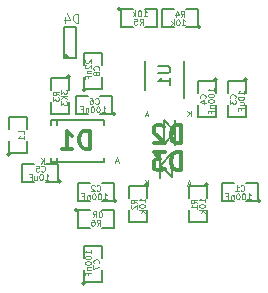
<source format=gbr>
%TF.GenerationSoftware,KiCad,Pcbnew,6.0.11+dfsg-1~bpo11+1*%
%TF.CreationDate,2023-05-28T08:52:38+00:00*%
%TF.ProjectId,I2CADC01,49324341-4443-4303-912e-6b696361645f,rev?*%
%TF.SameCoordinates,Original*%
%TF.FileFunction,Legend,Bot*%
%TF.FilePolarity,Positive*%
%FSLAX46Y46*%
G04 Gerber Fmt 4.6, Leading zero omitted, Abs format (unit mm)*
G04 Created by KiCad (PCBNEW 6.0.11+dfsg-1~bpo11+1) date 2023-05-28 08:52:38*
%MOMM*%
%LPD*%
G01*
G04 APERTURE LIST*
%ADD10C,0.109220*%
%ADD11C,0.304800*%
%ADD12C,0.099060*%
%ADD13C,0.150000*%
%ADD14C,0.119380*%
G04 APERTURE END LIST*
D10*
%TO.C,C1*%
X21927396Y16394792D02*
X21951224Y16370965D01*
X22022707Y16347137D01*
X22070362Y16347137D01*
X22141845Y16370965D01*
X22189500Y16418620D01*
X22213328Y16466275D01*
X22237155Y16561586D01*
X22237155Y16633069D01*
X22213328Y16728379D01*
X22189500Y16776034D01*
X22141845Y16823690D01*
X22070362Y16847517D01*
X22022707Y16847517D01*
X21951224Y16823690D01*
X21927396Y16799862D01*
X21450844Y16347137D02*
X21736775Y16347137D01*
X21593810Y16347137D02*
X21593810Y16847517D01*
X21641465Y16776034D01*
X21689120Y16728379D01*
X21736775Y16704551D01*
X22491397Y15648637D02*
X22777329Y15648637D01*
X22634363Y15648637D02*
X22634363Y16149017D01*
X22682018Y16077534D01*
X22729673Y16029879D01*
X22777329Y16006051D01*
X22181638Y16149017D02*
X22133983Y16149017D01*
X22086328Y16125190D01*
X22062500Y16101362D01*
X22038672Y16053707D01*
X22014845Y15958396D01*
X22014845Y15839258D01*
X22038672Y15743948D01*
X22062500Y15696292D01*
X22086328Y15672465D01*
X22133983Y15648637D01*
X22181638Y15648637D01*
X22229293Y15672465D01*
X22253121Y15696292D01*
X22276949Y15743948D01*
X22300776Y15839258D01*
X22300776Y15958396D01*
X22276949Y16053707D01*
X22253121Y16101362D01*
X22229293Y16125190D01*
X22181638Y16149017D01*
X21705086Y16149017D02*
X21657430Y16149017D01*
X21609775Y16125190D01*
X21585948Y16101362D01*
X21562120Y16053707D01*
X21538292Y15958396D01*
X21538292Y15839258D01*
X21562120Y15743948D01*
X21585948Y15696292D01*
X21609775Y15672465D01*
X21657430Y15648637D01*
X21705086Y15648637D01*
X21752741Y15672465D01*
X21776569Y15696292D01*
X21800396Y15743948D01*
X21824224Y15839258D01*
X21824224Y15958396D01*
X21800396Y16053707D01*
X21776569Y16101362D01*
X21752741Y16125190D01*
X21705086Y16149017D01*
X21323844Y15982224D02*
X21323844Y15648637D01*
X21323844Y15934569D02*
X21300016Y15958396D01*
X21252361Y15982224D01*
X21180878Y15982224D01*
X21133223Y15958396D01*
X21109395Y15910741D01*
X21109395Y15648637D01*
X20704326Y15910741D02*
X20871119Y15910741D01*
X20871119Y15648637D02*
X20871119Y16149017D01*
X20632843Y16149017D01*
%TO.C,C2*%
X9735396Y16394792D02*
X9759224Y16370965D01*
X9830707Y16347137D01*
X9878362Y16347137D01*
X9949845Y16370965D01*
X9997500Y16418620D01*
X10021328Y16466275D01*
X10045155Y16561586D01*
X10045155Y16633069D01*
X10021328Y16728379D01*
X9997500Y16776034D01*
X9949845Y16823690D01*
X9878362Y16847517D01*
X9830707Y16847517D01*
X9759224Y16823690D01*
X9735396Y16799862D01*
X9544775Y16799862D02*
X9520948Y16823690D01*
X9473292Y16847517D01*
X9354154Y16847517D01*
X9306499Y16823690D01*
X9282671Y16799862D01*
X9258844Y16752207D01*
X9258844Y16704551D01*
X9282671Y16633069D01*
X9568603Y16347137D01*
X9258844Y16347137D01*
X10299397Y15648637D02*
X10585329Y15648637D01*
X10442363Y15648637D02*
X10442363Y16149017D01*
X10490018Y16077534D01*
X10537673Y16029879D01*
X10585329Y16006051D01*
X9989638Y16149017D02*
X9941983Y16149017D01*
X9894328Y16125190D01*
X9870500Y16101362D01*
X9846672Y16053707D01*
X9822845Y15958396D01*
X9822845Y15839258D01*
X9846672Y15743948D01*
X9870500Y15696292D01*
X9894328Y15672465D01*
X9941983Y15648637D01*
X9989638Y15648637D01*
X10037293Y15672465D01*
X10061121Y15696292D01*
X10084949Y15743948D01*
X10108776Y15839258D01*
X10108776Y15958396D01*
X10084949Y16053707D01*
X10061121Y16101362D01*
X10037293Y16125190D01*
X9989638Y16149017D01*
X9513086Y16149017D02*
X9465430Y16149017D01*
X9417775Y16125190D01*
X9393948Y16101362D01*
X9370120Y16053707D01*
X9346292Y15958396D01*
X9346292Y15839258D01*
X9370120Y15743948D01*
X9393948Y15696292D01*
X9417775Y15672465D01*
X9465430Y15648637D01*
X9513086Y15648637D01*
X9560741Y15672465D01*
X9584569Y15696292D01*
X9608396Y15743948D01*
X9632224Y15839258D01*
X9632224Y15958396D01*
X9608396Y16053707D01*
X9584569Y16101362D01*
X9560741Y16125190D01*
X9513086Y16149017D01*
X9131844Y15982224D02*
X9131844Y15648637D01*
X9131844Y15934569D02*
X9108016Y15958396D01*
X9060361Y15982224D01*
X8988878Y15982224D01*
X8941223Y15958396D01*
X8917395Y15910741D01*
X8917395Y15648637D01*
X8512326Y15910741D02*
X8679119Y15910741D01*
X8679119Y15648637D02*
X8679119Y16149017D01*
X8440843Y16149017D01*
%TO.C,C3*%
X21451207Y24213396D02*
X21475034Y24237224D01*
X21498862Y24308707D01*
X21498862Y24356362D01*
X21475034Y24427845D01*
X21427379Y24475500D01*
X21379724Y24499328D01*
X21284413Y24523155D01*
X21212930Y24523155D01*
X21117620Y24499328D01*
X21069965Y24475500D01*
X21022310Y24427845D01*
X20998482Y24356362D01*
X20998482Y24308707D01*
X21022310Y24237224D01*
X21046137Y24213396D01*
X20998482Y24046603D02*
X20998482Y23736844D01*
X21189103Y23903637D01*
X21189103Y23832154D01*
X21212930Y23784499D01*
X21236758Y23760671D01*
X21284413Y23736844D01*
X21403551Y23736844D01*
X21451207Y23760671D01*
X21475034Y23784499D01*
X21498862Y23832154D01*
X21498862Y23975120D01*
X21475034Y24022775D01*
X21451207Y24046603D01*
X22197362Y24539121D02*
X22197362Y24825052D01*
X22197362Y24682087D02*
X21696982Y24682087D01*
X21768465Y24729742D01*
X21816120Y24777397D01*
X21839948Y24825052D01*
X21696982Y24229362D02*
X21696982Y24181707D01*
X21720810Y24134051D01*
X21744637Y24110224D01*
X21792292Y24086396D01*
X21887603Y24062569D01*
X22006741Y24062569D01*
X22102051Y24086396D01*
X22149707Y24110224D01*
X22173534Y24134051D01*
X22197362Y24181707D01*
X22197362Y24229362D01*
X22173534Y24277017D01*
X22149707Y24300845D01*
X22102051Y24324672D01*
X22006741Y24348500D01*
X21887603Y24348500D01*
X21792292Y24324672D01*
X21744637Y24300845D01*
X21720810Y24277017D01*
X21696982Y24229362D01*
X21863775Y23633671D02*
X22197362Y23633671D01*
X21863775Y23848120D02*
X22125879Y23848120D01*
X22173534Y23824292D01*
X22197362Y23776637D01*
X22197362Y23705154D01*
X22173534Y23657499D01*
X22149707Y23633671D01*
X21935258Y23228602D02*
X21935258Y23395395D01*
X22197362Y23395395D02*
X21696982Y23395395D01*
X21696982Y23157119D01*
%TO.C,C4*%
X18911207Y24213396D02*
X18935034Y24237224D01*
X18958862Y24308707D01*
X18958862Y24356362D01*
X18935034Y24427845D01*
X18887379Y24475500D01*
X18839724Y24499328D01*
X18744413Y24523155D01*
X18672930Y24523155D01*
X18577620Y24499328D01*
X18529965Y24475500D01*
X18482310Y24427845D01*
X18458482Y24356362D01*
X18458482Y24308707D01*
X18482310Y24237224D01*
X18506137Y24213396D01*
X18625275Y23784499D02*
X18958862Y23784499D01*
X18434654Y23903637D02*
X18792069Y24022775D01*
X18792069Y23713016D01*
X19657362Y24777397D02*
X19657362Y25063329D01*
X19657362Y24920363D02*
X19156982Y24920363D01*
X19228465Y24968018D01*
X19276120Y25015673D01*
X19299948Y25063329D01*
X19156982Y24467638D02*
X19156982Y24419983D01*
X19180810Y24372328D01*
X19204637Y24348500D01*
X19252292Y24324672D01*
X19347603Y24300845D01*
X19466741Y24300845D01*
X19562051Y24324672D01*
X19609707Y24348500D01*
X19633534Y24372328D01*
X19657362Y24419983D01*
X19657362Y24467638D01*
X19633534Y24515293D01*
X19609707Y24539121D01*
X19562051Y24562949D01*
X19466741Y24586776D01*
X19347603Y24586776D01*
X19252292Y24562949D01*
X19204637Y24539121D01*
X19180810Y24515293D01*
X19156982Y24467638D01*
X19156982Y23991086D02*
X19156982Y23943430D01*
X19180810Y23895775D01*
X19204637Y23871948D01*
X19252292Y23848120D01*
X19347603Y23824292D01*
X19466741Y23824292D01*
X19562051Y23848120D01*
X19609707Y23871948D01*
X19633534Y23895775D01*
X19657362Y23943430D01*
X19657362Y23991086D01*
X19633534Y24038741D01*
X19609707Y24062569D01*
X19562051Y24086396D01*
X19466741Y24110224D01*
X19347603Y24110224D01*
X19252292Y24086396D01*
X19204637Y24062569D01*
X19180810Y24038741D01*
X19156982Y23991086D01*
X19323775Y23609844D02*
X19657362Y23609844D01*
X19371430Y23609844D02*
X19347603Y23586016D01*
X19323775Y23538361D01*
X19323775Y23466878D01*
X19347603Y23419223D01*
X19395258Y23395395D01*
X19657362Y23395395D01*
X19395258Y22990326D02*
X19395258Y23157119D01*
X19657362Y23157119D02*
X19156982Y23157119D01*
X19156982Y22918843D01*
D11*
%TO.C,D1*%
X9125857Y19948071D02*
X9125857Y21472071D01*
X8763000Y21472071D01*
X8545285Y21399500D01*
X8400142Y21254357D01*
X8327571Y21109214D01*
X8255000Y20818928D01*
X8255000Y20601214D01*
X8327571Y20310928D01*
X8400142Y20165785D01*
X8545285Y20020642D01*
X8763000Y19948071D01*
X9125857Y19948071D01*
X6803571Y19948071D02*
X7674428Y19948071D01*
X7239000Y19948071D02*
X7239000Y21472071D01*
X7384142Y21254357D01*
X7529285Y21109214D01*
X7674428Y21036642D01*
D12*
X11546598Y18890403D02*
X11308321Y18890403D01*
X11594253Y18747437D02*
X11427460Y19247817D01*
X11260666Y18747437D01*
X5259311Y18648377D02*
X5259311Y19148757D01*
X4973380Y18648377D02*
X5187829Y18934309D01*
X4973380Y19148757D02*
X5259311Y18862826D01*
D11*
%TO.C,D2*%
X16872857Y20392571D02*
X16872857Y21916571D01*
X16510000Y21916571D01*
X16292285Y21844000D01*
X16147142Y21698857D01*
X16074571Y21553714D01*
X16002000Y21263428D01*
X16002000Y21045714D01*
X16074571Y20755428D01*
X16147142Y20610285D01*
X16292285Y20465142D01*
X16510000Y20392571D01*
X16872857Y20392571D01*
X15421428Y21771428D02*
X15348857Y21844000D01*
X15203714Y21916571D01*
X14840857Y21916571D01*
X14695714Y21844000D01*
X14623142Y21771428D01*
X14550571Y21626285D01*
X14550571Y21481142D01*
X14623142Y21263428D01*
X15494000Y20392571D01*
X14550571Y20392571D01*
D12*
X14078191Y16766237D02*
X14078191Y17266617D01*
X13792260Y16766237D02*
X14006709Y17052169D01*
X13792260Y17266617D02*
X14078191Y16980686D01*
X17667998Y16909203D02*
X17429721Y16909203D01*
X17715653Y16766237D02*
X17548860Y17266617D01*
X17382066Y16766237D01*
D11*
%TO.C,D3*%
X16872857Y18106571D02*
X16872857Y19630571D01*
X16510000Y19630571D01*
X16292285Y19558000D01*
X16147142Y19412857D01*
X16074571Y19267714D01*
X16002000Y18977428D01*
X16002000Y18759714D01*
X16074571Y18469428D01*
X16147142Y18324285D01*
X16292285Y18179142D01*
X16510000Y18106571D01*
X16872857Y18106571D01*
X15494000Y19630571D02*
X14550571Y19630571D01*
X15058571Y19050000D01*
X14840857Y19050000D01*
X14695714Y18977428D01*
X14623142Y18904857D01*
X14550571Y18759714D01*
X14550571Y18396857D01*
X14623142Y18251714D01*
X14695714Y18179142D01*
X14840857Y18106571D01*
X15276285Y18106571D01*
X15421428Y18179142D01*
X15494000Y18251714D01*
D12*
X17679911Y22659037D02*
X17679911Y23159417D01*
X17393980Y22659037D02*
X17608429Y22944969D01*
X17393980Y23159417D02*
X17679911Y22873486D01*
X14066278Y22802003D02*
X13828001Y22802003D01*
X14113933Y22659037D02*
X13947140Y23159417D01*
X13780346Y22659037D01*
D10*
%TO.C,R1*%
X18196862Y15323396D02*
X17958586Y15490190D01*
X18196862Y15609328D02*
X17696482Y15609328D01*
X17696482Y15418707D01*
X17720310Y15371051D01*
X17744137Y15347224D01*
X17791792Y15323396D01*
X17863275Y15323396D01*
X17910930Y15347224D01*
X17934758Y15371051D01*
X17958586Y15418707D01*
X17958586Y15609328D01*
X18196862Y14846844D02*
X18196862Y15132775D01*
X18196862Y14989810D02*
X17696482Y14989810D01*
X17767965Y15037465D01*
X17815620Y15085120D01*
X17839448Y15132775D01*
X18895362Y15410845D02*
X18895362Y15696776D01*
X18895362Y15553810D02*
X18394982Y15553810D01*
X18466465Y15601466D01*
X18514120Y15649121D01*
X18537948Y15696776D01*
X18394982Y15101086D02*
X18394982Y15053430D01*
X18418810Y15005775D01*
X18442637Y14981948D01*
X18490292Y14958120D01*
X18585603Y14934292D01*
X18704741Y14934292D01*
X18800051Y14958120D01*
X18847707Y14981948D01*
X18871534Y15005775D01*
X18895362Y15053430D01*
X18895362Y15101086D01*
X18871534Y15148741D01*
X18847707Y15172569D01*
X18800051Y15196396D01*
X18704741Y15220224D01*
X18585603Y15220224D01*
X18490292Y15196396D01*
X18442637Y15172569D01*
X18418810Y15148741D01*
X18394982Y15101086D01*
X18895362Y14719844D02*
X18394982Y14719844D01*
X18704741Y14672189D02*
X18895362Y14529223D01*
X18561775Y14529223D02*
X18752396Y14719844D01*
%TO.C,R2*%
X13116862Y15323396D02*
X12878586Y15490190D01*
X13116862Y15609328D02*
X12616482Y15609328D01*
X12616482Y15418707D01*
X12640310Y15371051D01*
X12664137Y15347224D01*
X12711792Y15323396D01*
X12783275Y15323396D01*
X12830930Y15347224D01*
X12854758Y15371051D01*
X12878586Y15418707D01*
X12878586Y15609328D01*
X12664137Y15132775D02*
X12640310Y15108948D01*
X12616482Y15061292D01*
X12616482Y14942154D01*
X12640310Y14894499D01*
X12664137Y14870671D01*
X12711792Y14846844D01*
X12759448Y14846844D01*
X12830930Y14870671D01*
X13116862Y15156603D01*
X13116862Y14846844D01*
X13815362Y15410845D02*
X13815362Y15696776D01*
X13815362Y15553810D02*
X13314982Y15553810D01*
X13386465Y15601466D01*
X13434120Y15649121D01*
X13457948Y15696776D01*
X13314982Y15101086D02*
X13314982Y15053430D01*
X13338810Y15005775D01*
X13362637Y14981948D01*
X13410292Y14958120D01*
X13505603Y14934292D01*
X13624741Y14934292D01*
X13720051Y14958120D01*
X13767707Y14981948D01*
X13791534Y15005775D01*
X13815362Y15053430D01*
X13815362Y15101086D01*
X13791534Y15148741D01*
X13767707Y15172569D01*
X13720051Y15196396D01*
X13624741Y15220224D01*
X13505603Y15220224D01*
X13410292Y15196396D01*
X13362637Y15172569D01*
X13338810Y15148741D01*
X13314982Y15101086D01*
X13815362Y14719844D02*
X13314982Y14719844D01*
X13624741Y14672189D02*
X13815362Y14529223D01*
X13481775Y14529223D02*
X13672396Y14719844D01*
%TO.C,R3*%
X6512862Y24467396D02*
X6274586Y24634190D01*
X6512862Y24753328D02*
X6012482Y24753328D01*
X6012482Y24562707D01*
X6036310Y24515051D01*
X6060137Y24491224D01*
X6107792Y24467396D01*
X6179275Y24467396D01*
X6226930Y24491224D01*
X6250758Y24515051D01*
X6274586Y24562707D01*
X6274586Y24753328D01*
X6012482Y24300603D02*
X6012482Y23990844D01*
X6203103Y24157637D01*
X6203103Y24086154D01*
X6226930Y24038499D01*
X6250758Y24014671D01*
X6298413Y23990844D01*
X6417551Y23990844D01*
X6465207Y24014671D01*
X6489034Y24038499D01*
X6512862Y24086154D01*
X6512862Y24229120D01*
X6489034Y24276775D01*
X6465207Y24300603D01*
X6710982Y24912259D02*
X6710982Y24602500D01*
X6901603Y24769293D01*
X6901603Y24697810D01*
X6925430Y24650155D01*
X6949258Y24626328D01*
X6996913Y24602500D01*
X7116051Y24602500D01*
X7163707Y24626328D01*
X7187534Y24650155D01*
X7211362Y24697810D01*
X7211362Y24840776D01*
X7187534Y24888431D01*
X7163707Y24912259D01*
X7211362Y24388051D02*
X6710982Y24388051D01*
X7211362Y24102120D02*
X6925430Y24316569D01*
X6710982Y24102120D02*
X6996913Y24388051D01*
X6710982Y23935327D02*
X6710982Y23625568D01*
X6901603Y23792361D01*
X6901603Y23720878D01*
X6925430Y23673223D01*
X6949258Y23649395D01*
X6996913Y23625568D01*
X7116051Y23625568D01*
X7163707Y23649395D01*
X7187534Y23673223D01*
X7211362Y23720878D01*
X7211362Y23863844D01*
X7187534Y23911499D01*
X7163707Y23935327D01*
%TO.C,R4*%
X16847396Y31079137D02*
X17014190Y31317413D01*
X17133328Y31079137D02*
X17133328Y31579517D01*
X16942707Y31579517D01*
X16895051Y31555690D01*
X16871224Y31531862D01*
X16847396Y31484207D01*
X16847396Y31412724D01*
X16871224Y31365069D01*
X16895051Y31341241D01*
X16942707Y31317413D01*
X17133328Y31317413D01*
X16418499Y31412724D02*
X16418499Y31079137D01*
X16537637Y31603345D02*
X16656775Y31245930D01*
X16347016Y31245930D01*
X16934845Y30380637D02*
X17220776Y30380637D01*
X17077810Y30380637D02*
X17077810Y30881017D01*
X17125466Y30809534D01*
X17173121Y30761879D01*
X17220776Y30738051D01*
X16625086Y30881017D02*
X16577430Y30881017D01*
X16529775Y30857190D01*
X16505948Y30833362D01*
X16482120Y30785707D01*
X16458292Y30690396D01*
X16458292Y30571258D01*
X16482120Y30475948D01*
X16505948Y30428292D01*
X16529775Y30404465D01*
X16577430Y30380637D01*
X16625086Y30380637D01*
X16672741Y30404465D01*
X16696569Y30428292D01*
X16720396Y30475948D01*
X16744224Y30571258D01*
X16744224Y30690396D01*
X16720396Y30785707D01*
X16696569Y30833362D01*
X16672741Y30857190D01*
X16625086Y30881017D01*
X16243844Y30380637D02*
X16243844Y30881017D01*
X16196189Y30571258D02*
X16053223Y30380637D01*
X16053223Y30714224D02*
X16243844Y30523603D01*
%TO.C,R5*%
X13354896Y30444137D02*
X13521690Y30682413D01*
X13640828Y30444137D02*
X13640828Y30944517D01*
X13450207Y30944517D01*
X13402551Y30920690D01*
X13378724Y30896862D01*
X13354896Y30849207D01*
X13354896Y30777724D01*
X13378724Y30730069D01*
X13402551Y30706241D01*
X13450207Y30682413D01*
X13640828Y30682413D01*
X12902171Y30944517D02*
X13140448Y30944517D01*
X13164275Y30706241D01*
X13140448Y30730069D01*
X13092792Y30753896D01*
X12973654Y30753896D01*
X12925999Y30730069D01*
X12902171Y30706241D01*
X12878344Y30658586D01*
X12878344Y30539448D01*
X12902171Y30491792D01*
X12925999Y30467965D01*
X12973654Y30444137D01*
X13092792Y30444137D01*
X13140448Y30467965D01*
X13164275Y30491792D01*
X13696345Y31142637D02*
X13982276Y31142637D01*
X13839310Y31142637D02*
X13839310Y31643017D01*
X13886966Y31571534D01*
X13934621Y31523879D01*
X13982276Y31500051D01*
X13386586Y31643017D02*
X13338930Y31643017D01*
X13291275Y31619190D01*
X13267448Y31595362D01*
X13243620Y31547707D01*
X13219792Y31452396D01*
X13219792Y31333258D01*
X13243620Y31237948D01*
X13267448Y31190292D01*
X13291275Y31166465D01*
X13338930Y31142637D01*
X13386586Y31142637D01*
X13434241Y31166465D01*
X13458069Y31190292D01*
X13481896Y31237948D01*
X13505724Y31333258D01*
X13505724Y31452396D01*
X13481896Y31547707D01*
X13458069Y31595362D01*
X13434241Y31619190D01*
X13386586Y31643017D01*
X13005344Y31142637D02*
X13005344Y31643017D01*
X12957689Y31333258D02*
X12814723Y31142637D01*
X12814723Y31476224D02*
X13005344Y31285603D01*
D13*
%TO.C,U1*%
X14946380Y26923904D02*
X15755904Y26923904D01*
X15851142Y26876285D01*
X15898761Y26828666D01*
X15946380Y26733428D01*
X15946380Y26542952D01*
X15898761Y26447714D01*
X15851142Y26400095D01*
X15755904Y26352476D01*
X14946380Y26352476D01*
X15946380Y25352476D02*
X15946380Y25923904D01*
X15946380Y25638190D02*
X14946380Y25638190D01*
X15089238Y25733428D01*
X15184476Y25828666D01*
X15232095Y25923904D01*
D14*
%TO.C,D4*%
X8154488Y30610265D02*
X8154488Y31372265D01*
X7973060Y31372265D01*
X7864202Y31335980D01*
X7791631Y31263408D01*
X7755345Y31190837D01*
X7719060Y31045694D01*
X7719060Y30936837D01*
X7755345Y30791694D01*
X7791631Y30719122D01*
X7864202Y30646551D01*
X7973060Y30610265D01*
X8154488Y30610265D01*
X7065917Y31118265D02*
X7065917Y30610265D01*
X7247345Y31408551D02*
X7428774Y30864265D01*
X6957060Y30864265D01*
D10*
%TO.C,L1*%
X3591862Y21165396D02*
X3591862Y21403672D01*
X3091482Y21403672D01*
X3591862Y20736499D02*
X3591862Y21022430D01*
X3591862Y20879465D02*
X3091482Y20879465D01*
X3162965Y20927120D01*
X3210620Y20974775D01*
X3234448Y21022430D01*
%TO.C,C5*%
X5036396Y18045792D02*
X5060224Y18021965D01*
X5131707Y17998137D01*
X5179362Y17998137D01*
X5250845Y18021965D01*
X5298500Y18069620D01*
X5322328Y18117275D01*
X5346155Y18212586D01*
X5346155Y18284069D01*
X5322328Y18379379D01*
X5298500Y18427034D01*
X5250845Y18474690D01*
X5179362Y18498517D01*
X5131707Y18498517D01*
X5060224Y18474690D01*
X5036396Y18450862D01*
X4583671Y18498517D02*
X4821948Y18498517D01*
X4845775Y18260241D01*
X4821948Y18284069D01*
X4774292Y18307896D01*
X4655154Y18307896D01*
X4607499Y18284069D01*
X4583671Y18260241D01*
X4559844Y18212586D01*
X4559844Y18093448D01*
X4583671Y18045792D01*
X4607499Y18021965D01*
X4655154Y17998137D01*
X4774292Y17998137D01*
X4821948Y18021965D01*
X4845775Y18045792D01*
X5362121Y17299637D02*
X5648052Y17299637D01*
X5505087Y17299637D02*
X5505087Y17800017D01*
X5552742Y17728534D01*
X5600397Y17680879D01*
X5648052Y17657051D01*
X5052362Y17800017D02*
X5004707Y17800017D01*
X4957051Y17776190D01*
X4933224Y17752362D01*
X4909396Y17704707D01*
X4885569Y17609396D01*
X4885569Y17490258D01*
X4909396Y17394948D01*
X4933224Y17347292D01*
X4957051Y17323465D01*
X5004707Y17299637D01*
X5052362Y17299637D01*
X5100017Y17323465D01*
X5123845Y17347292D01*
X5147672Y17394948D01*
X5171500Y17490258D01*
X5171500Y17609396D01*
X5147672Y17704707D01*
X5123845Y17752362D01*
X5100017Y17776190D01*
X5052362Y17800017D01*
X4456671Y17633224D02*
X4456671Y17299637D01*
X4671120Y17633224D02*
X4671120Y17371120D01*
X4647292Y17323465D01*
X4599637Y17299637D01*
X4528154Y17299637D01*
X4480499Y17323465D01*
X4456671Y17347292D01*
X4051602Y17561741D02*
X4218395Y17561741D01*
X4218395Y17299637D02*
X4218395Y17800017D01*
X3980119Y17800017D01*
%TO.C,C6*%
X9608396Y23760792D02*
X9632224Y23736965D01*
X9703707Y23713137D01*
X9751362Y23713137D01*
X9822845Y23736965D01*
X9870500Y23784620D01*
X9894328Y23832275D01*
X9918155Y23927586D01*
X9918155Y23999069D01*
X9894328Y24094379D01*
X9870500Y24142034D01*
X9822845Y24189690D01*
X9751362Y24213517D01*
X9703707Y24213517D01*
X9632224Y24189690D01*
X9608396Y24165862D01*
X9179499Y24213517D02*
X9274810Y24213517D01*
X9322465Y24189690D01*
X9346292Y24165862D01*
X9393948Y24094379D01*
X9417775Y23999069D01*
X9417775Y23808448D01*
X9393948Y23760792D01*
X9370120Y23736965D01*
X9322465Y23713137D01*
X9227154Y23713137D01*
X9179499Y23736965D01*
X9155671Y23760792D01*
X9131844Y23808448D01*
X9131844Y23927586D01*
X9155671Y23975241D01*
X9179499Y23999069D01*
X9227154Y24022896D01*
X9322465Y24022896D01*
X9370120Y23999069D01*
X9393948Y23975241D01*
X9417775Y23927586D01*
X10172397Y23014637D02*
X10458329Y23014637D01*
X10315363Y23014637D02*
X10315363Y23515017D01*
X10363018Y23443534D01*
X10410673Y23395879D01*
X10458329Y23372051D01*
X9862638Y23515017D02*
X9814983Y23515017D01*
X9767328Y23491190D01*
X9743500Y23467362D01*
X9719672Y23419707D01*
X9695845Y23324396D01*
X9695845Y23205258D01*
X9719672Y23109948D01*
X9743500Y23062292D01*
X9767328Y23038465D01*
X9814983Y23014637D01*
X9862638Y23014637D01*
X9910293Y23038465D01*
X9934121Y23062292D01*
X9957949Y23109948D01*
X9981776Y23205258D01*
X9981776Y23324396D01*
X9957949Y23419707D01*
X9934121Y23467362D01*
X9910293Y23491190D01*
X9862638Y23515017D01*
X9386086Y23515017D02*
X9338430Y23515017D01*
X9290775Y23491190D01*
X9266948Y23467362D01*
X9243120Y23419707D01*
X9219292Y23324396D01*
X9219292Y23205258D01*
X9243120Y23109948D01*
X9266948Y23062292D01*
X9290775Y23038465D01*
X9338430Y23014637D01*
X9386086Y23014637D01*
X9433741Y23038465D01*
X9457569Y23062292D01*
X9481396Y23109948D01*
X9505224Y23205258D01*
X9505224Y23324396D01*
X9481396Y23419707D01*
X9457569Y23467362D01*
X9433741Y23491190D01*
X9386086Y23515017D01*
X9004844Y23348224D02*
X9004844Y23014637D01*
X9004844Y23300569D02*
X8981016Y23324396D01*
X8933361Y23348224D01*
X8861878Y23348224D01*
X8814223Y23324396D01*
X8790395Y23276741D01*
X8790395Y23014637D01*
X8385326Y23276741D02*
X8552119Y23276741D01*
X8552119Y23014637D02*
X8552119Y23515017D01*
X8313843Y23515017D01*
%TO.C,C7*%
X9894207Y10243396D02*
X9918034Y10267224D01*
X9941862Y10338707D01*
X9941862Y10386362D01*
X9918034Y10457845D01*
X9870379Y10505500D01*
X9822724Y10529328D01*
X9727413Y10553155D01*
X9655930Y10553155D01*
X9560620Y10529328D01*
X9512965Y10505500D01*
X9465310Y10457845D01*
X9441482Y10386362D01*
X9441482Y10338707D01*
X9465310Y10267224D01*
X9489137Y10243396D01*
X9441482Y10076603D02*
X9441482Y9743016D01*
X9941862Y9957465D01*
X9243362Y11061397D02*
X9243362Y11347329D01*
X9243362Y11204363D02*
X8742982Y11204363D01*
X8814465Y11252018D01*
X8862120Y11299673D01*
X8885948Y11347329D01*
X8742982Y10751638D02*
X8742982Y10703983D01*
X8766810Y10656328D01*
X8790637Y10632500D01*
X8838292Y10608672D01*
X8933603Y10584845D01*
X9052741Y10584845D01*
X9148051Y10608672D01*
X9195707Y10632500D01*
X9219534Y10656328D01*
X9243362Y10703983D01*
X9243362Y10751638D01*
X9219534Y10799293D01*
X9195707Y10823121D01*
X9148051Y10846949D01*
X9052741Y10870776D01*
X8933603Y10870776D01*
X8838292Y10846949D01*
X8790637Y10823121D01*
X8766810Y10799293D01*
X8742982Y10751638D01*
X8742982Y10275086D02*
X8742982Y10227430D01*
X8766810Y10179775D01*
X8790637Y10155948D01*
X8838292Y10132120D01*
X8933603Y10108292D01*
X9052741Y10108292D01*
X9148051Y10132120D01*
X9195707Y10155948D01*
X9219534Y10179775D01*
X9243362Y10227430D01*
X9243362Y10275086D01*
X9219534Y10322741D01*
X9195707Y10346569D01*
X9148051Y10370396D01*
X9052741Y10394224D01*
X8933603Y10394224D01*
X8838292Y10370396D01*
X8790637Y10346569D01*
X8766810Y10322741D01*
X8742982Y10275086D01*
X8909775Y9893844D02*
X9243362Y9893844D01*
X8957430Y9893844D02*
X8933603Y9870016D01*
X8909775Y9822361D01*
X8909775Y9750878D01*
X8933603Y9703223D01*
X8981258Y9679395D01*
X9243362Y9679395D01*
X8981258Y9274326D02*
X8981258Y9441119D01*
X9243362Y9441119D02*
X8742982Y9441119D01*
X8742982Y9202843D01*
%TO.C,C8*%
X9894207Y26626396D02*
X9918034Y26650224D01*
X9941862Y26721707D01*
X9941862Y26769362D01*
X9918034Y26840845D01*
X9870379Y26888500D01*
X9822724Y26912328D01*
X9727413Y26936155D01*
X9655930Y26936155D01*
X9560620Y26912328D01*
X9512965Y26888500D01*
X9465310Y26840845D01*
X9441482Y26769362D01*
X9441482Y26721707D01*
X9465310Y26650224D01*
X9489137Y26626396D01*
X9655930Y26340465D02*
X9632103Y26388120D01*
X9608275Y26411948D01*
X9560620Y26435775D01*
X9536792Y26435775D01*
X9489137Y26411948D01*
X9465310Y26388120D01*
X9441482Y26340465D01*
X9441482Y26245154D01*
X9465310Y26197499D01*
X9489137Y26173671D01*
X9536792Y26149844D01*
X9560620Y26149844D01*
X9608275Y26173671D01*
X9632103Y26197499D01*
X9655930Y26245154D01*
X9655930Y26340465D01*
X9679758Y26388120D01*
X9703586Y26411948D01*
X9751241Y26435775D01*
X9846551Y26435775D01*
X9894207Y26411948D01*
X9918034Y26388120D01*
X9941862Y26340465D01*
X9941862Y26245154D01*
X9918034Y26197499D01*
X9894207Y26173671D01*
X9846551Y26149844D01*
X9751241Y26149844D01*
X9703586Y26173671D01*
X9679758Y26197499D01*
X9655930Y26245154D01*
X8790637Y27492052D02*
X8766810Y27468225D01*
X8742982Y27420570D01*
X8742982Y27301431D01*
X8766810Y27253776D01*
X8790637Y27229949D01*
X8838292Y27206121D01*
X8885948Y27206121D01*
X8957430Y27229949D01*
X9243362Y27515880D01*
X9243362Y27206121D01*
X8790637Y27015500D02*
X8766810Y26991672D01*
X8742982Y26944017D01*
X8742982Y26824879D01*
X8766810Y26777224D01*
X8790637Y26753396D01*
X8838292Y26729569D01*
X8885948Y26729569D01*
X8957430Y26753396D01*
X9243362Y27039328D01*
X9243362Y26729569D01*
X8909775Y26515120D02*
X9243362Y26515120D01*
X8957430Y26515120D02*
X8933603Y26491292D01*
X8909775Y26443637D01*
X8909775Y26372154D01*
X8933603Y26324499D01*
X8981258Y26300671D01*
X9243362Y26300671D01*
X8981258Y25895602D02*
X8981258Y26062395D01*
X9243362Y26062395D02*
X8742982Y26062395D01*
X8742982Y25824119D01*
%TO.C,R6*%
X9735396Y13426137D02*
X9902190Y13664413D01*
X10021328Y13426137D02*
X10021328Y13926517D01*
X9830707Y13926517D01*
X9783051Y13902690D01*
X9759224Y13878862D01*
X9735396Y13831207D01*
X9735396Y13759724D01*
X9759224Y13712069D01*
X9783051Y13688241D01*
X9830707Y13664413D01*
X10021328Y13664413D01*
X9306499Y13926517D02*
X9401810Y13926517D01*
X9449465Y13902690D01*
X9473292Y13878862D01*
X9520948Y13807379D01*
X9544775Y13712069D01*
X9544775Y13521448D01*
X9520948Y13473792D01*
X9497120Y13449965D01*
X9449465Y13426137D01*
X9354154Y13426137D01*
X9306499Y13449965D01*
X9282671Y13473792D01*
X9258844Y13521448D01*
X9258844Y13640586D01*
X9282671Y13688241D01*
X9306499Y13712069D01*
X9354154Y13735896D01*
X9449465Y13735896D01*
X9497120Y13712069D01*
X9520948Y13688241D01*
X9544775Y13640586D01*
X10053017Y14625017D02*
X10005362Y14625017D01*
X9957707Y14601190D01*
X9933879Y14577362D01*
X9910051Y14529707D01*
X9886224Y14434396D01*
X9886224Y14315258D01*
X9910051Y14219948D01*
X9933879Y14172292D01*
X9957707Y14148465D01*
X10005362Y14124637D01*
X10053017Y14124637D01*
X10100672Y14148465D01*
X10124500Y14172292D01*
X10148328Y14219948D01*
X10172155Y14315258D01*
X10172155Y14434396D01*
X10148328Y14529707D01*
X10124500Y14577362D01*
X10100672Y14601190D01*
X10053017Y14625017D01*
X9385844Y14124637D02*
X9552637Y14362913D01*
X9671775Y14124637D02*
X9671775Y14625017D01*
X9481154Y14625017D01*
X9433499Y14601190D01*
X9409671Y14577362D01*
X9385844Y14529707D01*
X9385844Y14458224D01*
X9409671Y14410569D01*
X9433499Y14386741D01*
X9481154Y14362913D01*
X9671775Y14362913D01*
D13*
%TO.C,C1*%
X21336000Y17018000D02*
X20320000Y17018000D01*
X23368000Y15494000D02*
X23368000Y17018000D01*
X20320000Y17018000D02*
X20320000Y15494000D01*
X23368000Y17018000D02*
X22352000Y17018000D01*
X22352000Y15494000D02*
X23368000Y15494000D01*
X20320000Y15494000D02*
X21336000Y15494000D01*
X23622000Y15494000D02*
G75*
G03*
X23622000Y15494000I-127000J0D01*
G01*
%TO.C,C2*%
X11176000Y15494000D02*
X11176000Y17018000D01*
X11176000Y17018000D02*
X10160000Y17018000D01*
X10160000Y15494000D02*
X11176000Y15494000D01*
X8128000Y17018000D02*
X8128000Y15494000D01*
X9144000Y17018000D02*
X8128000Y17018000D01*
X8128000Y15494000D02*
X9144000Y15494000D01*
X11430000Y15494000D02*
G75*
G03*
X11430000Y15494000I-127000J0D01*
G01*
%TO.C,C3*%
X20828000Y25654000D02*
X20828000Y24638000D01*
X22352000Y24638000D02*
X22352000Y25654000D01*
X20828000Y22606000D02*
X22352000Y22606000D01*
X20828000Y23622000D02*
X20828000Y22606000D01*
X22352000Y25654000D02*
X20828000Y25654000D01*
X22352000Y22606000D02*
X22352000Y23622000D01*
X22479000Y25781000D02*
G75*
G03*
X22479000Y25781000I-127000J0D01*
G01*
%TO.C,C4*%
X19812000Y25654000D02*
X18288000Y25654000D01*
X18288000Y23622000D02*
X18288000Y22606000D01*
X19812000Y24638000D02*
X19812000Y25654000D01*
X18288000Y25654000D02*
X18288000Y24638000D01*
X19812000Y22606000D02*
X19812000Y23622000D01*
X18288000Y22606000D02*
X19812000Y22606000D01*
X19939000Y25781000D02*
G75*
G03*
X19939000Y25781000I-127000J0D01*
G01*
%TO.C,D1*%
X10378440Y22324060D02*
X10378440Y21973540D01*
X6327140Y22324060D02*
X6327140Y21973540D01*
X6327140Y18823940D02*
X6327140Y19174460D01*
X5877560Y22324060D02*
X5877560Y21973540D01*
X10378440Y18823940D02*
X10378440Y19174460D01*
X10378440Y18823940D02*
X5877560Y18823940D01*
X10378440Y22324060D02*
X5877560Y22324060D01*
X5877560Y18823940D02*
X5877560Y19174460D01*
%TO.C,D2*%
X16098520Y19542760D02*
X16098520Y17541240D01*
X15097760Y18491200D02*
X16098520Y19542760D01*
X16098520Y17541240D02*
X15097760Y18542000D01*
X15097760Y19591020D02*
X15097760Y17492980D01*
%TO.C,D3*%
X15397480Y22336760D02*
X16398240Y21336000D01*
X15397480Y20335240D02*
X15397480Y22336760D01*
X16398240Y21386800D02*
X15397480Y20335240D01*
X16398240Y20286980D02*
X16398240Y22385020D01*
%TO.C,R1*%
X17526000Y16764000D02*
X17526000Y15748000D01*
X17526000Y14732000D02*
X17526000Y13716000D01*
X19050000Y15748000D02*
X19050000Y16764000D01*
X17526000Y13716000D02*
X19050000Y13716000D01*
X19050000Y16764000D02*
X17526000Y16764000D01*
X19050000Y13716000D02*
X19050000Y14732000D01*
X19177000Y16891000D02*
G75*
G03*
X19177000Y16891000I-127000J0D01*
G01*
%TO.C,R2*%
X12446000Y13716000D02*
X13970000Y13716000D01*
X13970000Y16764000D02*
X12446000Y16764000D01*
X13970000Y13716000D02*
X13970000Y14732000D01*
X13970000Y15748000D02*
X13970000Y16764000D01*
X12446000Y16764000D02*
X12446000Y15748000D01*
X12446000Y14732000D02*
X12446000Y13716000D01*
X14097000Y16891000D02*
G75*
G03*
X14097000Y16891000I-127000J0D01*
G01*
%TO.C,R3*%
X5842000Y22860000D02*
X7366000Y22860000D01*
X7366000Y24892000D02*
X7366000Y25908000D01*
X5842000Y23876000D02*
X5842000Y22860000D01*
X5842000Y25908000D02*
X5842000Y24892000D01*
X7366000Y25908000D02*
X5842000Y25908000D01*
X7366000Y22860000D02*
X7366000Y23876000D01*
X7493000Y26035000D02*
G75*
G03*
X7493000Y26035000I-127000J0D01*
G01*
%TO.C,R4*%
X16256000Y31750000D02*
X15240000Y31750000D01*
X17272000Y30226000D02*
X18288000Y30226000D01*
X18288000Y31750000D02*
X17272000Y31750000D01*
X15240000Y30226000D02*
X16256000Y30226000D01*
X15240000Y31750000D02*
X15240000Y30226000D01*
X18288000Y30226000D02*
X18288000Y31750000D01*
X18542000Y30226000D02*
G75*
G03*
X18542000Y30226000I-127000J0D01*
G01*
%TO.C,R5*%
X11747500Y30226000D02*
X12763500Y30226000D01*
X11747500Y31750000D02*
X11747500Y30226000D01*
X14795500Y31750000D02*
X13779500Y31750000D01*
X14795500Y30226000D02*
X14795500Y31750000D01*
X12763500Y31750000D02*
X11747500Y31750000D01*
X13779500Y30226000D02*
X14795500Y30226000D01*
X11747500Y31750000D02*
G75*
G03*
X11747500Y31750000I-127000J0D01*
G01*
%TO.C,U1*%
X17080500Y24212000D02*
X17080500Y27387000D01*
X13780500Y24937000D02*
X13780500Y27387000D01*
%TO.C,D4*%
X8001000Y30226000D02*
X6985000Y30226000D01*
X8001000Y27622500D02*
X6985000Y27622500D01*
X8001000Y27622500D02*
X8001000Y30226000D01*
X6985000Y30226000D02*
X6985000Y27622500D01*
X7301550Y27779980D02*
G75*
G03*
X7301550Y27779980I-159070J0D01*
G01*
%TO.C,L1*%
X2286000Y22606000D02*
X2286000Y21590000D01*
X2286000Y19558000D02*
X3810000Y19558000D01*
X2286000Y20574000D02*
X2286000Y19558000D01*
X3810000Y21590000D02*
X3810000Y22606000D01*
X3810000Y19558000D02*
X3810000Y20574000D01*
X3810000Y22606000D02*
X2286000Y22606000D01*
X2413000Y19431000D02*
G75*
G03*
X2413000Y19431000I-127000J0D01*
G01*
%TO.C,C5*%
X3429000Y17145000D02*
X4445000Y17145000D01*
X4445000Y18669000D02*
X3429000Y18669000D01*
X6477000Y17145000D02*
X6477000Y18669000D01*
X5461000Y17145000D02*
X6477000Y17145000D01*
X3429000Y18669000D02*
X3429000Y17145000D01*
X6477000Y18669000D02*
X5461000Y18669000D01*
X6731000Y17145000D02*
G75*
G03*
X6731000Y17145000I-127000J0D01*
G01*
%TO.C,C6*%
X10033000Y22860000D02*
X11049000Y22860000D01*
X11049000Y22860000D02*
X11049000Y24384000D01*
X8001000Y22860000D02*
X9017000Y22860000D01*
X11049000Y24384000D02*
X10033000Y24384000D01*
X8001000Y24384000D02*
X8001000Y22860000D01*
X9017000Y24384000D02*
X8001000Y24384000D01*
X11303000Y22860000D02*
G75*
G03*
X11303000Y22860000I-127000J0D01*
G01*
%TO.C,C7*%
X8636000Y9652000D02*
X8636000Y8636000D01*
X10160000Y11684000D02*
X8636000Y11684000D01*
X8636000Y8636000D02*
X10160000Y8636000D01*
X8636000Y11684000D02*
X8636000Y10668000D01*
X10160000Y8636000D02*
X10160000Y9652000D01*
X10160000Y10668000D02*
X10160000Y11684000D01*
X8763000Y8509000D02*
G75*
G03*
X8763000Y8509000I-127000J0D01*
G01*
%TO.C,C8*%
X10160000Y27051000D02*
X10160000Y28067000D01*
X8636000Y26035000D02*
X8636000Y25019000D01*
X10160000Y28067000D02*
X8636000Y28067000D01*
X10160000Y25019000D02*
X10160000Y26035000D01*
X8636000Y25019000D02*
X10160000Y25019000D01*
X8636000Y28067000D02*
X8636000Y27051000D01*
X8763000Y24892000D02*
G75*
G03*
X8763000Y24892000I-127000J0D01*
G01*
%TO.C,R6*%
X11176000Y14732000D02*
X10160000Y14732000D01*
X10160000Y13208000D02*
X11176000Y13208000D01*
X11176000Y13208000D02*
X11176000Y14732000D01*
X9144000Y14732000D02*
X8128000Y14732000D01*
X8128000Y13208000D02*
X9144000Y13208000D01*
X8128000Y14732000D02*
X8128000Y13208000D01*
X8128000Y14732000D02*
G75*
G03*
X8128000Y14732000I-127000J0D01*
G01*
%TD*%
M02*

</source>
